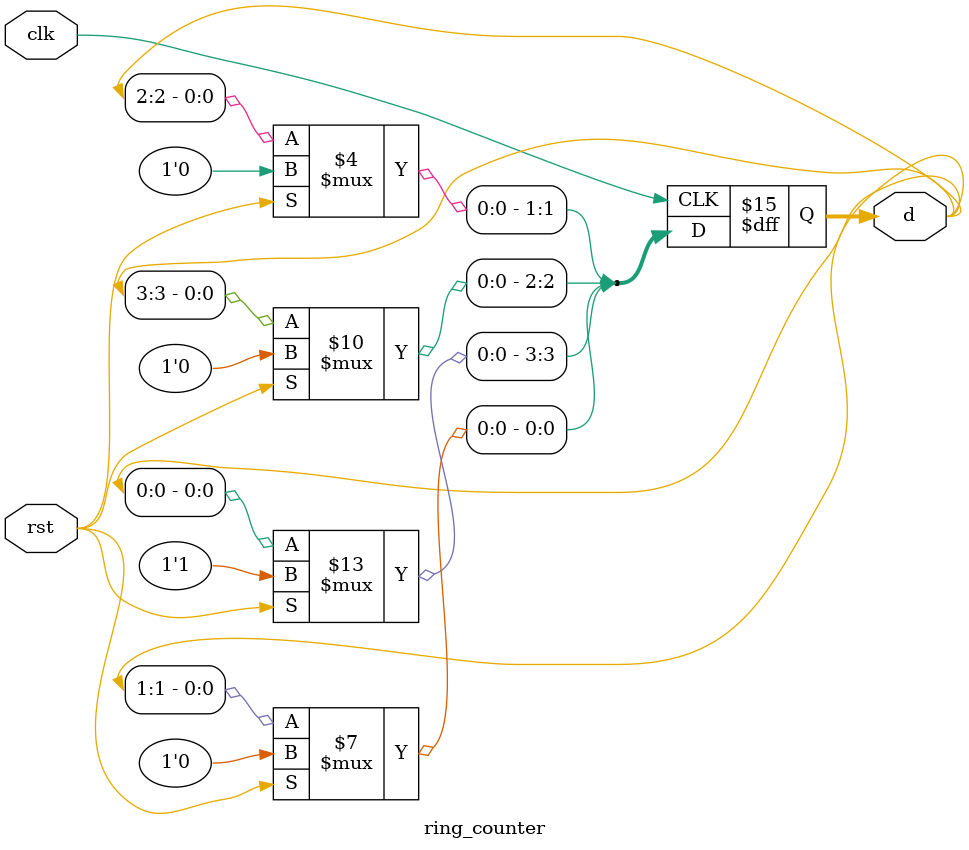
<source format=sv>
`timescale 1ns / 1ps

module ring_counter(clk,rst,d

    );
    input logic clk,rst;
    output logic [3:0]d=4'b0000;
    always @(posedge clk)
    begin
    if(rst)
    d<=4'b1000;
    else
    begin
    d[3]<=d[0];
    d[2]<=d[3];
    d[1]<=d[2];
    d[0]<=d[1];
    end
    end
endmodule

</source>
